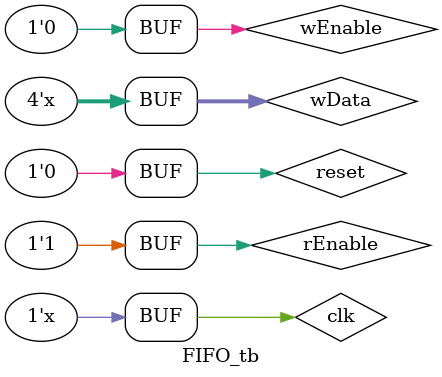
<source format=v>

module FIFO_tb;

reg [3:0] wData;
reg wEnable, rEnable;
reg clk;
reg reset;
wire [3:0] rData;
wire full, empty;


FIFO4_8 FIFO_1(
.wData(wData),
.wEnable(wEnable),
.rEnable(rEnable),
.clk(clk),
.reset(reset),
.rData(rData),
.full(full),
.empty(empty)
);

initial begin
  clk = 0;
  reset = 0;
  wEnable = 1;
  rEnable = 0;
  wData = 4'b0;
end //initial

initial begin
  #3000 wEnable <= 0;
  #3000 rEnable <= 1;
end 

always 
  #5 clk <= ! clk;

always
  #10 wData <= wData + 4'd1;
  

endmodule
</source>
